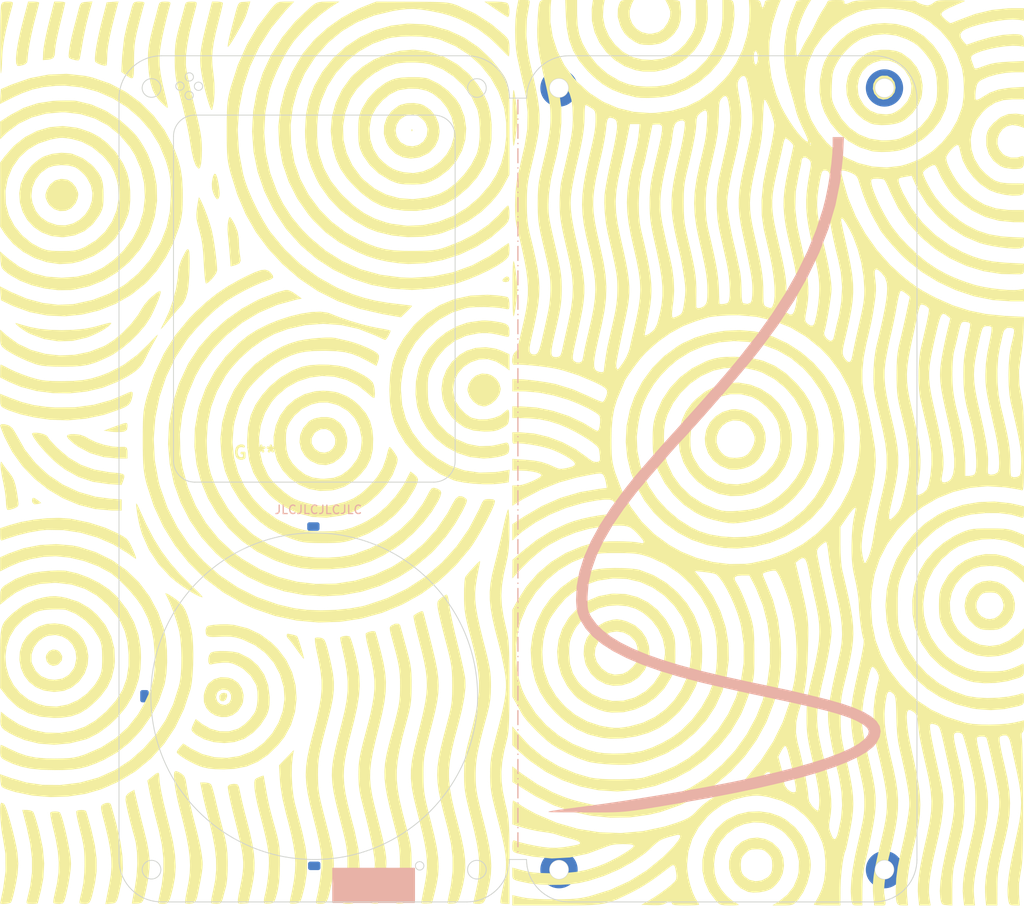
<source format=kicad_pcb>
(kicad_pcb (version 20221018) (generator pcbnew)
  (layers (0 "F.Cu" signal) (31 "B.Cu" signal) (34 "B.Paste" user) (35 "F.Paste" user) (36 "B.SilkS" user "B.Silkscreen") (37 "F.SilkS" user "F.Silkscreen") (38 "B.Mask" user) (39 "F.Mask" user) (44 "Edge.Cuts" user))
  (net 0 "")
  (footprint "LOGO" (layer "F.Cu") (at 121 86.4 180)
    (fp_text reference "G***" (at 0 0) (layer "F.SilkS") (effects (font (size 1.5 1.5) (thickness 0.3))))
    (fp_text value "LOGO" hide)
  )
  (footprint "LOGO" (layer "F.Cu") (at 181.4 86.4)
    (fp_text reference "G***" hide)
    (fp_text value "LOGO" hide)
  )
  (footprint "MountingHole:MountingHole_2.2mm_M2_Pad_TopOnly" (layer "B.Cu") (at 195.190001 135.55 180)
    (fp_text reference "REF**" hide)
    (fp_text value "MountingHole_2.2mm_M2_Pad_TopOnly")
    (pad "1" thru_hole circle (at 0 0 180) (size 2.6 2.6) (drill 2.2) (layers "*.Cu" "*.Mask"))
    (pad "1" connect circle (at 0 0 180) (size 4.4 4.4) (layers "B.Cu" "B.Mask"))
  )
  (footprint "LOGO" (layer "B.Cu") (at 174.815001 89 90)
    (fp_text reference "G***" hide)
    (fp_text value "LOGO" hide)
  )
  (footprint "MountingHole:MountingHole_2.2mm_M2_Pad_TopOnly" (layer "B.Cu") (at 156.840001 135.55 180)
    (fp_text reference "REF**" hide)
    (fp_text value "MountingHole_2.2mm_M2_Pad_TopOnly")
    (pad "1" thru_hole circle (at 0 0 180) (size 2.6 2.6) (drill 2.2) (layers "*.Cu" "*.Mask"))
    (pad "1" connect circle (at 0 0 180) (size 4.4 4.4) (layers "B.Cu" "B.Mask"))
  )
  (footprint "Capacitor_SMD:C_0805_2012Metric" (layer "B.Cu") (at 147.05 115.1 180)
    (fp_text reference "REF**" hide)
    (fp_text value "C_0805_2012Metric")
    (pad "1" smd roundrect (at -0.95 0 180) (size 1 1.45) (layers "B.Cu" "B.Paste" "B.Mask"))
  )
  (footprint "MountingHole:MountingHole_2.2mm_M2_Pad_TopOnly" (layer "B.Cu") (at 195.190001 43.4 180)
    (fp_text reference "REF**" hide)
    (fp_text value "MountingHole_2.2mm_M2_Pad_TopOnly")
    (pad "1" thru_hole circle (at 0 0 180) (size 2.6 2.6) (drill 2.2) (layers "*.Cu" "*.Mask"))
    (pad "1" connect circle (at 0 0 180) (size 4.4 4.4) (layers "B.Cu" "B.Mask"))
  )
  (footprint "Capacitor_SMD:C_0805_2012Metric" (layer "B.Cu") (at 108.95 115.1)
    (fp_text reference "REF**" hide)
    (fp_text value "C_0805_2012Metric")
    (pad "1" smd roundrect (at -0.95 0) (size 1 1.45) (layers "B.Cu" "B.Paste" "B.Mask"))
  )
  (footprint "MountingHole:MountingHole_2.2mm_M2_Pad_TopOnly" (layer "B.Cu") (at 156.840001 43.4 180)
    (fp_text reference "REF**" hide)
    (fp_text value "MountingHole_2.2mm_M2_Pad_TopOnly")
    (pad "1" thru_hole circle (at 0 0 180) (size 2.6 2.6) (drill 2.2) (layers "*.Cu" "*.Mask"))
    (pad "1" connect circle (at 0 0 180) (size 4.4 4.4) (layers "B.Cu" "B.Mask"))
  )
  (footprint "Capacitor_SMD:C_0805_2012Metric" (layer "B.Cu") (at 127.999999 134.15 90)
    (fp_text reference "REF**" hide)
    (fp_text value "C_0805_2012Metric")
    (pad "1" smd roundrect (at -0.95 0 90) (size 1 1.45) (layers "B.Cu" "B.Paste" "B.Mask"))
  )
  (footprint "Capacitor_SMD:C_0805_2012Metric" (layer "B.Cu") (at 127.9 96.05 -90)
    (fp_text reference "REF**" hide)
    (fp_text value "C_0805_2012Metric")
    (pad "1" smd roundrect (at -0.95 0 270) (size 1 1.45) (layers "B.Cu" "B.Paste" "B.Mask"))
  )
  (gr_rect (start 130.2 135.4) (end 139.8 139.4) (stroke (width 0.15)) (fill solid) (layer "B.SilkS"))
  (gr_line (start 152 44.8) (end 152 134) (stroke (width 0.15) (type dash_dot)) (layer "B.SilkS"))
  (gr_line (start 195.725102 139.048463) (end 196.128092 138.881539) (stroke (width 0.1)) (layer "Edge.Cuts"))
  (gr_line (start 198.844609 43.305914) (end 198.713439 42.889913) (stroke (width 0.1)) (layer "Edge.Cuts"))
  (gr_line locked (start 106.786089 40.769808) (end 106.464495 41.064495) (stroke (width 0.1)) (layer "Edge.Cuts"))
  (gr_line locked (start 105.301537 136.060101) (end 105.468461 136.463091) (stroke (width 0.1)) (layer "Edge.Cuts"))
  (gr_line (start 198.54654 136.463091) (end 198.713464 136.060101) (stroke (width 0.1)) (layer "Edge.Cuts"))
  (gr_line locked (start 108.705905 139.179629) (end 109.131759 139.274039) (stroke (width 0.1)) (layer "Edge.Cuts"))
  (gr_line (start 198.345098 42.100021) (end 198.11073 41.732142) (stroke (width 0.1)) (layer "Edge.Cuts"))
  (gr_line locked (start 146.868247 139.274054) (end 147.294105 139.17965) (stroke (width 0.1)) (layer "Edge.Cuts"))
  (gr_line (start 153.684844 136.850021) (end 153.91921 137.217907) (stroke (width 0.1)) (layer "Edge.Cuts"))
  (gr_line locked (start 107.5 138.680127) (end 107.886909 138.881539) (stroke (width 0.1)) (layer "Edge.Cuts"))
  (gr_line (start 196.515001 138.680127) (end 196.882883 138.44576) (stroke (width 0.1)) (layer "Edge.Cuts"))
  (gr_line locked (start 148.500021 138.680157) (end 148.867907 138.445791) (stroke (width 0.1)) (layer "Edge.Cuts"))
  (gr_line (start 153.684874 42.1) (end 153.483462 42.486909) (stroke (width 0.1)) (layer "Edge.Cuts"))
  (gr_line locked (start 149.213938 40.769778) (end 148.867882 40.50424) (stroke (width 0.1)) (layer "Edge.Cuts"))
  (gr_line locked (start 105.019027 134.785779) (end 105.075961 135.218241) (stroke (width 0.1)) (layer "Edge.Cuts"))
  (gr_line locked (start 148.867882 40.50424) (end 148.5 40.269873) (stroke (width 0.1)) (layer "Edge.Cuts"))
  (gr_line (start 155.51498 138.680157) (end 155.901892 138.881567) (stroke (width 0.1)) (layer "Edge.Cuts"))
  (gr_line locked (start 109.131765 39.675976) (end 108.705914 39.770392) (stroke (width 0.1)) (layer "Edge.Cuts"))
  (gr_line (start 153.919241 41.732118) (end 153.684874 42.1) (stroke (width 0.1)) (layer "Edge.Cuts"))
  (gr_circle (center 195.185001 135.55) (end 196.285001 135.55) (stroke (width 0.1)) (fill none) (layer "Edge.Cuts"))
  (gr_line locked (start 146.868241 39.675961) (end 146.435779 39.619027) (stroke (width 0.1)) (layer "Edge.Cuts"))
  (gr_line locked (start 147.294095 39.770371) (end 146.868241 39.675961) (stroke (width 0.1)) (layer "Edge.Cuts"))
  (gr_line locked (start 107.886926 40.068489) (end 107.500021 40.269903) (stroke (width 0.1)) (layer "Edge.Cuts"))
  (gr_line locked (start 149.535534 41.064466) (end 149.213938 40.769778) (stroke (width 0.1)) (layer "Edge.Cuts"))
  (gr_line locked (start 105.075961 135.218241) (end 105.170371 135.644095) (stroke (width 0.1)) (layer "Edge.Cuts"))
  (gr_line (start 196.882883 138.44576) (end 197.228939 138.180222) (stroke (width 0.1)) (layer "Edge.Cuts"))
  (gr_line locked (start 150.980982 134.785781) (end 151 134.35) (stroke (width 0.1)) (layer "Edge.Cuts"))
  (gr_circle (center 156.845001 43.4) (end 157.945001 43.4) (stroke (width 0.1)) (fill none) (layer "Edge.Cuts"))
  (gr_line locked (start 147.710114 139.048488) (end 148.113109 138.881567) (stroke (width 0.1)) (layer "Edge.Cuts"))
  (gr_line locked (start 105.669873 136.85) (end 105.90424 137.217882) (stroke (width 0.1)) (layer "Edge.Cuts"))
  (gr_line (start 153.034019 134.785781) (end 153.090947 135.218247) (stroke (width 0.1)) (layer "Edge.Cuts"))
  (gr_line locked (start 147.710101 39.901537) (end 147.294095 39.770371) (stroke (width 0.1)) (layer "Edge.Cuts"))
  (gr_line (start 197.845223 137.563938) (end 198.110761 137.217882) (stroke (width 0.1)) (layer "Edge.Cuts"))
  (gr_line (start 196.128075 40.068489) (end 195.725088 39.901562) (stroke (width 0.1)) (layer "Edge.Cuts"))
  (gr_line (start 153.185372 43.305905) (end 153.090962 43.731759) (stroke (width 0.1)) (layer "Edge.Cuts"))
  (gr_line (start 196.882859 40.504271) (end 196.51498 40.269903) (stroke (width 0.1)) (layer "Edge.Cuts"))
  (gr_line (start 155.901892 138.881567) (end 156.304887 139.048488) (stroke (width 0.1)) (layer "Edge.Cuts"))
  (gr_line (start 153.015001 44.6) (end 151 44.6) (stroke (width 0.1)) (layer "Edge.Cuts"))
  (gr_arc locked (start 111.419845 49.098379) (mid 112.152078 47.330612) (end 113.919845 46.598379) (stroke (width 0.1)) (layer "Edge.Cuts"))
  (gr_line (start 155.147094 138.445791) (end 155.51498 138.680157) (stroke (width 0.1)) (layer "Edge.Cuts"))
  (gr_line (start 197.228939 138.180222) (end 197.550535 137.885534) (stroke (width 0.1)) (layer "Edge.Cuts"))
  (gr_line (start 194.45078 139.330973) (end 194.883242 139.274039) (stroke (width 0.1)) (layer "Edge.Cuts"))
  (gr_line (start 195.309096 139.179629) (end 195.725102 139.048463) (stroke (width 0.1)) (layer "Edge.Cuts"))
  (gr_line locked (start 149.213965 138.180253) (end 149.535563 137.885563) (stroke (width 0.1)) (layer "Edge.Cuts"))
  (gr_line locked (start 149.535563 137.885563) (end 149.830253 137.563965) (stroke (width 0.1)) (layer "Edge.Cuts"))
  (gr_line locked (start 110 39.6) (end 109.564224 39.619035) (stroke (width 0.1)) (layer "Edge.Cuts"))
  (gr_line (start 156.720896 139.17965) (end 157.146754 139.274054) (stroke (width 0.1)) (layer "Edge.Cuts"))
  (gr_line (start 194.015001 39.6) (end 180.595155 39.6) (stroke (width 0.1)) (layer "Edge.Cuts"))
  (gr_line (start 198.93904 135.218241) (end 198.995974 134.785779) (stroke (width 0.1)) (layer "Edge.Cuts"))
  (gr_line locked (start 105.669903 42.100021) (end 105.468489 42.486926) (stroke (width 0.1)) (layer "Edge.Cuts"))
  (gr_line (start 197.550506 41.064495) (end 197.228912 40.769808) (stroke (width 0.1)) (layer "Edge.Cuts"))
  (gr_line (start 198.546512 42.486926) (end 198.345098 42.100021) (stroke (width 0.1)) (layer "Edge.Cuts"))
  (gr_line (start 151 134.35) (end 153.015001 134.35) (stroke (width 0.1)) (layer "Edge.Cuts"))
  (gr_line locked (start 107.500021 40.269903) (end 107.132142 40.504271) (stroke (width 0.1)) (layer "Edge.Cuts"))
  (gr_line locked (start 146 39.6) (end 110 39.6) (stroke (width 0.1)) (layer "Edge.Cuts"))
  (gr_arc locked (start 144.603886 87.361669) (mid 143.871652 89.129435) (end 142.103886 89.861669) (stroke (width 0.1)) (layer "Edge.Cuts"))
  (gr_circle locked (center 112.180047 43.179966) (end 112.670735 43.179966) (stroke (width 0.1)) (fill none) (layer "Edge.Cuts"))
  (gr_line locked (start 113.919845 46.598379) (end 142.103886 46.598379) (stroke (width 0.1)) (layer "Edge.Cuts"))
  (gr_line locked (start 109.131759 139.274039) (end 109.564221 139.330973) (stroke (width 0.1)) (layer "Edge.Cuts"))
  (gr_line (start 178.594548 39.6) (end 158.015001 39.6) (stroke (width 0.1)) (layer "Edge.Cuts"))
  (gr_line locked (start 105 134.35) (end 105.019027 134.785779) (stroke (width 0.1)) (layer "Edge.Cuts"))
  (gr_circle locked (center 108.83 135.55) (end 109.93 135.55) (stroke (width 0.1)) (fill none) (layer "Edge.Cuts"))
  (gr_line locked (start 147.294105 139.17965) (end 147.710114 139.048488) (stroke (width 0.1)) (layer "Edge.Cuts"))
  (gr_line locked (start 105.019035 44.164224) (end 105 44.6) (stroke (width 0.1)) (layer "Edge.Cuts"))
  (gr_line (start 156.720906 39.770371) (end 156.3049 39.901537) (stroke (width 0.1)) (layer "Edge.Cuts"))
  (gr_line locked (start 105.075976 43.731765) (end 105.019035 44.164224) (stroke (width 0.1)) (layer "Edge.Cuts"))
  (gr_line locked (start 108.705914 39.770392) (end 108.289913 39.901562) (stroke (width 0.1)) (layer "Edge.Cuts"))
  (gr_line locked (start 106.169778 137.563938) (end 106.464466 137.885534) (stroke (width 0.1)) (layer "Edge.Cuts"))
  (gr_line locked (start 148.113091 40.068461) (end 147.710101 39.901537) (stroke (width 0.1)) (layer "Edge.Cuts"))
  (gr_line (start 198.939025 43.731765) (end 198.844609 43.305914) (stroke (width 0.1)) (layer "Edge.Cuts"))
  (gr_line (start 153.185351 135.644105) (end 153.316513 136.060114) (stroke (width 0.1)) (layer "Edge.Cuts"))
  (gr_line locked (start 108.289899 139.048463) (end 108.705905 139.179629) (stroke (width 0.1)) (layer "Edge.Cuts"))
  (gr_line (start 195.309087 39.770392) (end 194.883236 39.675976) (stroke (width 0.1)) (layer "Edge.Cuts"))
  (gr_line (start 178.595155 39.598379) (end 178.594548 39.6) (stroke (width 0.1)) (layer "Edge.Cuts"))
  (gr_line (start 157.14676 39.675961) (end 156.720906 39.770371) (stroke (width 0.1)) (layer "Edge.Cuts"))
  (gr_line (start 196.128092 138.881539) (end 196.515001 138.680127) (stroke (width 0.1)) (layer "Edge.Cuts"))
  (gr_line (start 153.316513 136.060114) (end 153.483434 136.463109) (stroke (width 0.1)) (layer "Edge.Cuts"))
  (gr_line locked (start 106.464495 41.064495) (end 106.169808 41.386089) (stroke (width 0.1)) (layer "Edge.Cuts"))
  (gr_line (start 154.184748 137.563965) (end 154.479438 137.885563) (stroke (width 0.1)) (layer "Edge.Cuts"))
  (gr_line (start 154.479438 137.885563) (end 154.801036 138.180253) (stroke (width 0.1)) (layer "Edge.Cuts"))
  (gr_line locked (start 106.464466 137.885534) (end 106.786062 138.180222) (stroke (width 0.1)) (layer "Edge.Cuts"))
  (gr_line locked (start 148.5 40.269873) (end 148.113091 40.068461) (stroke (width 0.1)) (layer "Edge.Cuts"))
  (gr_line locked (start 107.132142 40.504271) (end 106.786089 40.769808) (stroke (width 0.1)) (layer "Edge.Cuts"))
  (gr_line (start 153.090962 43.731759) (end 153.034028 44.164221) (stroke (width 0.1)) (layer "Edge.Cuts"))
  (gr_line (start 153.483434 136.463109) (end 153.684844 136.850021) (stroke (width 0.1)) (layer "Edge.Cuts"))
  (gr_line (start 158.015001 139.35) (end 194.015001 139.35) (stroke (width 0.1)) (layer "Edge.Cuts"))
  (gr_line (start 154.801063 40.769778) (end 154.479467 41.064466) (stroke (width 0.1)) (layer "Edge.Cuts"))
  (gr_line locked (start 109.564224 39.619035) (end 109.131765 39.675976) (stroke (width 0.1)) (layer "Edge.Cuts"))
  (gr_circle (center 140.419846 135.09838) (end 139.919846 135.09838) (stroke (width 0.1)) (fill none) (layer "Edge.Cuts"))
  (gr_line locked (start 109.564221 139.330973) (end 110 139.35) (stroke (width 0.1)) (layer "Edge.Cuts"))
  (gr_line locked (start 148.867907 138.445791) (end 149.213965 138.180253) (stroke (width 0.1)) (layer "Edge.Cuts"))
  (gr_line locked (start 150.829629 43.305905) (end 150.698463 42.889899) (stroke (width 0.1)) (layer "Edge.Cuts"))
  (gr_line locked (start 150.330127 42.1) (end 150.09576 41.732118) (stroke (width 0.1)) (layer "Edge.Cuts"))
  (gr_line locked (start 150.698488 136.060114) (end 150.82965 135.644105) (stroke (width 0.1)) (layer "Edge.Cuts"))
  (gr_line (start 198.995974 134.785779) (end 199.015001 134.35) (stroke (width 0.1)) (layer "Edge.Cuts"))
  (gr_line (start 194.883242 139.274039) (end 195.309096 139.179629) (stroke (width 0.1)) (layer "Edge.Cuts"))
  (gr_line (start 155.147119 40.50424) (end 154.801063 40.769778) (stroke (width 0.1)) (layer "Edge.Cuts"))
  (gr_line (start 153.034028 44.164221) (end 153.015001 44.6) (stroke (width 0.1)) (layer "Edge.Cuts"))
  (gr_line locked (start 150.82965 135.644105) (end 150.924054 135.218247) (stroke (width 0.1)) (layer "Edge.Cuts"))
  (gr_line locked (start 146 139.35) (end 146.435781 139.330982) (stroke (width 0.1)) (layer "Edge.Cuts"))
  (gr_line locked (start 144.603886 49.098379) (end 144.603886 87.361669) (stroke (width 0.1)) (layer "Edge.Cuts"))
  (gr_line (start 153.090947 135.218247) (end 153.185351 135.644105) (stroke (width 0.1)) (layer "Edge.Cuts"))
  (gr_line locked (start 111.419845 87.361669) (end 111.419845 49.098379) (stroke (width 0.1)) (layer "Edge.Cuts"))
  (gr_line (start 196.51498 40.269903) (end 196.128075 40.068489) (stroke (width 0.1)) (layer "Edge.Cuts"))
  (gr_line locked (start 150.531567 136.463109) (end 150.698488 136.060114) (stroke (width 0.1)) (layer "Edge.Cuts"))
  (gr_line locked (start 148.113109 138.881567) (end 148.500021 138.680157) (stroke (width 0.1)) (layer "Edge.Cuts"))
  (gr_line locked (start 105.170392 43.305914) (end 105.075976 43.731765) (stroke (width 0.1)) (layer "Edge.Cuts"))
  (gr_circle locked (center 114.364823 43.199585) (end 114.855511 43.199585) (stroke (width 0.1)) (fill none) (layer "Edge.Cuts"))
  (gr_line locked (start 150.531539 42.486909) (end 150.330127 42.1) (stroke (width 0.1)) (layer "Edge.Cuts"))
  (gr_line (start 153.91921 137.217907) (end 154.184748 137.563965) (stroke (width 0.1)) (layer "Edge.Cuts"))
  (gr_line locked (start 106.169808 41.386089) (end 105.904271 41.732142) (stroke (width 0.1)) (layer "Edge.Cuts"))
  (gr_line (start 154.184779 41.386062) (end 153.919241 41.732118) (stroke (width 0.1)) (layer "Edge.Cuts"))
  (gr_line (start 157.146754 139.274054) (end 157.57922 139.330982) (stroke (width 0.1)) (layer "Edge.Cuts"))
  (gr_line locked (start 150.924039 43.731759) (end 150.829629 43.305905) (stroke (width 0.1)) (layer "Edge.Cuts"))
  (gr_line (start 198.110761 137.217882) (end 198.345128 136.85) (stroke (width 0.1)) (layer "Edge.Cuts"))
  (gr_line (start 199.015001 134.35) (end 199.015001 44.6) (stroke (width 0.1)) (layer "Edge.Cuts"))
  (gr_circle locked (center 113.262625 44.282164) (end 113.753313 44.282164) (stroke (width 0.1)) (fill none) (layer "Edge.Cuts"))
  (gr_line locked (start 149.830253 137.563965) (end 150.095791 137.217907) (stroke (width 0.1)) (layer "Edge.Cuts"))
  (gr_line locked (start 105.468461 136.463091) (end 105.669873 136.85) (stroke (width 0.1)) (layer "Edge.Cuts"))
  (gr_line locked (start 150.09576 41.732118) (end 149.830222 41.386062) (stroke (width 0.1)) (layer "Edge.Cuts"))
  (gr_line (start 198.713439 42.889913) (end 198.546512 42.486926) (stroke (width 0.1)) (layer "Edge.Cuts"))
  (gr_circle locked (center 128 115.1) (end 147.25 115.1) (stroke (width 0.1)) (fill none) (layer "Edge.Cuts"))
  (gr_circle locked (center 108.83 43.4) (end 109.93 43.4) (stroke (width 0.1)) (fill none) (layer "Edge.Cuts"))
  (gr_line locked (start 105.170371 135.644095) (end 105.301537 136.060101) (stroke (width 0.1)) (layer "Edge.Cuts"))
  (gr_line locked (start 110 139.35) (end 146 139.35) (stroke (width 0.1)) (layer "Edge.Cuts"))
  (gr_line locked (start 105.301562 42.889913) (end 105.170392 43.305914) (stroke (width 0.1)) (layer "Edge.Cuts"))
  (gr_line (start 155.515001 40.269873) (end 155.147119 40.50424) (stroke (width 0.1)) (layer "Edge.Cuts"))
  (gr_line (start 197.228912 40.769808) (end 196.882859 40.504271) (stroke (width 0.1)) (layer "Edge.Cuts"))
  (gr_line locked (start 150.924054 135.218247) (end 150.980982 134.785781) (stroke (width 0.1)) (layer "Edge.Cuts"))
  (gr_line (start 153.015001 134.35) (end 153.034019 134.785781) (stroke (width 0.1)) (layer "Edge.Cuts"))
  (gr_circle locked (center 147.17 43.4) (end 148.27 43.4) (stroke (width 0.1)) (fill none) (layer "Edge.Cuts"))
  (gr_line (start 198.84463 135.644095) (end 198.93904 135.218241) (stroke (width 0.1)) (layer "Edge.Cuts"))
  (gr_line locked (start 150.698463 42.889899) (end 150.531539 42.486909) (stroke (width 0.1)) (layer "Edge.Cuts"))
  (gr_line locked (start 108.289913 39.901562) (end 107.886926 40.068489) (stroke (width 0.1)) (layer "Edge.Cuts"))
  (gr_arc locked (start 113.919845 89.861669) (mid 112.152079 89.129435) (end 111.419845 87.361669) (stroke (width 0.1)) (layer "Edge.Cuts"))
  (gr_arc locked (start 142.103886 46.598379) (mid 143.871653 47.330612) (end 144.603886 49.098379) (stroke (width 0.1)) (layer "Edge.Cuts"))
  (gr_line (start 197.845193 41.386089) (end 197.550506 41.064495) (stroke (width 0.1)) (layer "Edge.Cuts"))
  (gr_circle (center 195.185001 43.4) (end 196.285001 43.4) (stroke (width 0.1)) (fill none) (layer "Edge.Cuts"))
  (gr_line locked (start 150.330157 136.850021) (end 150.531567 136.463109) (stroke (width 0.1)) (layer "Edge.Cuts"))
  (gr_line locked (start 150.095791 137.217907) (end 150.330157 136.850021) (stroke (width 0.1)) (layer "Edge.Cuts"))
  (gr_line (start 194.883236 39.675976) (end 194.450777 39.619035) (stroke (width 0.1)) (layer "Edge.Cuts"))
  (gr_line locked (start 146.435779 39.619027) (end 146 39.6) (stroke (width 0.1)) (layer "Edge.Cuts"))
  (gr_line (start 194.015001 139.35) (end 194.45078 139.330973) (stroke (width 0.1)) (layer "Edge.Cuts"))
  (gr_line (start 195.725088 39.901562) (end 195.309087 39.770392) (stroke (width 0.1)) (layer "Edge.Cuts"))
  (gr_line locked (start 146.435781 139.330982) (end 146.868247 139.274054) (stroke (width 0.1)) (layer "Edge.Cuts"))
  (gr_line locked (start 149.830222 41.386062) (end 149.535534 41.064466) (stroke (width 0.1)) (layer "Edge.Cuts"))
  (gr_line (start 155.90191 40.068461) (end 155.515001 40.269873) (stroke (width 0.1)) (layer "Edge.Cuts"))
  (gr_line (start 158.015001 39.6) (end 157.579222 39.619027) (stroke (width 0.1)) (layer "Edge.Cuts"))
  (gr_line (start 194.450777 39.619035) (end 194.015001 39.6) (stroke (width 0.1)) (layer "Edge.Cuts"))
  (gr_circle locked (center 113.282245 42.097387) (end 113.772933 42.097387) (stroke (width 0.1)) (fill none) (layer "Edge.Cuts"))
  (gr_line (start 153.483462 42.486909) (end 153.316538 42.889899) (stroke (width 0.1)) (layer "Edge.Cuts"))
  (gr_line (start 157.579222 39.619027) (end 157.14676 39.675961) (stroke (width 0.1)) (layer "Edge.Cuts"))
  (gr_line (start 198.713464 136.060101) (end 198.84463 135.644095) (stroke (width 0.1)) (layer "Edge.Cuts"))
  (gr_line (start 198.345128 136.85) (end 198.54654 136.463091) (stroke (width 0.1)) (layer "Edge.Cuts"))
  (gr_line (start 180.595155 39.6) (end 178.595155 39.598379) (stroke (width 0.1)) (layer "Edge.Cuts"))
  (gr_line (start 156.3049 39.901537) (end 155.90191 40.068461) (stroke (width 0.1)) (layer "Edge.Cuts"))
  (gr_line (start 198.11073 41.732142) (end 197.845193 41.386089) (stroke (width 0.1)) (layer "Edge.Cuts"))
  (gr_line locked (start 105.468489 42.486926) (end 105.301562 42.889913) (stroke (width 0.1)) (layer "Edge.Cuts"))
  (gr_circle locked (center 147.17 135.55) (end 148.27 135.55) (stroke (width 0.1)) (fill none) (layer "Edge.Cuts"))
  (gr_line locked (start 107.132118 138.44576) (end 107.5 138.680127) (stroke (width 0.1)) (layer "Edge.Cuts"))
  (gr_line (start 154.479467 41.064466) (end 154.184779 41.386062) (stroke (width 0.1)) (layer "Edge.Cuts"))
  (gr_line locked (start 105.90424 137.217882) (end 106.169778 137.563938) (stroke (width 0.1)) (layer "Edge.Cuts"))
  (gr_line (start 199.015001 44.6) (end 198.995966 44.164224) (stroke (width 0.1)) (layer "Edge.Cuts"))
  (gr_line (start 153.316538 42.889899) (end 153.185372 43.305905) (stroke (width 0.1)) (layer "Edge.Cuts"))
  (gr_line (start 197.550535 137.885534) (end 197.845223 137.563938) (stroke (width 0.1)) (layer "Edge.Cuts"))
  (gr_line locked (start 142.103886 89.861669) (end 113.919845 89.861669) (stroke (width 0.1)) (layer "Edge.Cuts"))
  (gr_line locked (start 150.980973 44.164221) (end 150.924039 43.731759) (stroke (width 0.1)) (layer "Edge.Cuts"))
  (gr_line (start 157.57922 139.330982) (end 158.015001 139.35) (stroke (width 0.1)) (layer "Edge.Cuts"))
  (gr_line locked (start 105.904271 41.732142) (end 105.669903 42.100021) (stroke (width 0.1)) (layer "Edge.Cuts"))
  (gr_line (start 198.995966 44.164224) (end 198.939025 43.731765) (stroke (width 0.1)) (layer "Edge.Cuts"))
  (gr_line locked (start 106.786062 138.180222) (end 107.132118 138.44576) (stroke (width 0.1)) (layer "Edge.Cuts"))
  (gr_line (start 154.801036 138.180253) (end 155.147094 138.445791) (stroke (width 0.1)) (layer "Edge.Cuts"))
  (gr_line locked (start 107.886909 138.881539) (end 108.289899 139.048463) (stroke (width 0.1)) (layer "Edge.Cuts"))
  (gr_line (start 156.304887 139.048488) (end 156.720896 139.17965) (stroke (width 0.1)) (layer "Edge.Cuts"))
  (gr_line locked (start 151 44.6) (end 150.980973 44.164221) (stroke (width 0.1)) (layer "Edge.Cuts"))
  (gr_circle (center 156.845001 135.55) (end 157.945001 135.55) (stroke (width 0.1)) (fill none) (layer "Edge.Cuts"))
  (gr_line locked (start 105 44.6) (end 105 134.35) (stroke (width 0.1)) (layer "Edge.Cuts"))
  (gr_text "JLCJLCJLCJLC" (at 123.25 93.7) (layer "B.SilkS") (effects (font (size 1 1)) (justify left bottom)))
)
</source>
